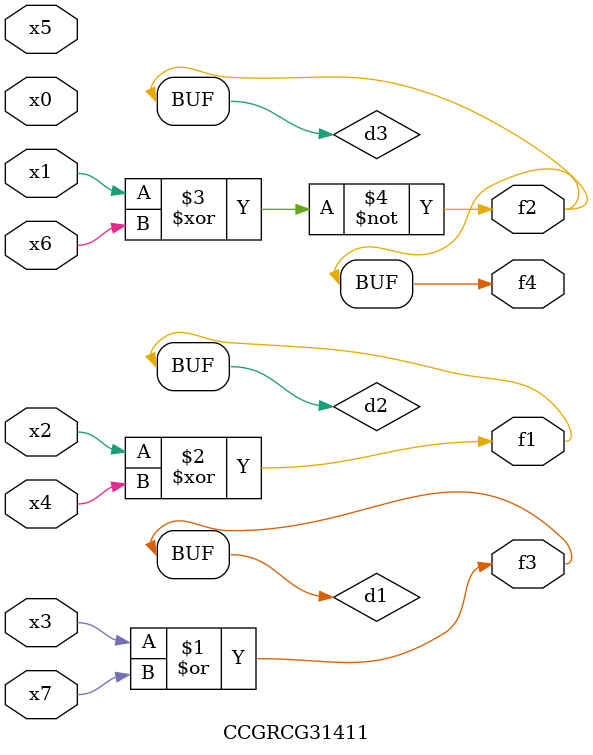
<source format=v>
module CCGRCG31411(
	input x0, x1, x2, x3, x4, x5, x6, x7,
	output f1, f2, f3, f4
);

	wire d1, d2, d3;

	or (d1, x3, x7);
	xor (d2, x2, x4);
	xnor (d3, x1, x6);
	assign f1 = d2;
	assign f2 = d3;
	assign f3 = d1;
	assign f4 = d3;
endmodule

</source>
